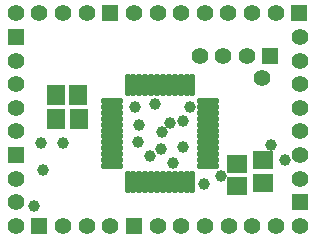
<source format=gts>
%FSLAX25Y25*%
%MOIN*%
G70*
G01*
G75*
G04 Layer_Color=8388736*
%ADD10R,0.05906X0.05118*%
%ADD11O,0.06890X0.01181*%
%ADD12O,0.01181X0.06890*%
%ADD13R,0.05118X0.05906*%
%ADD14C,0.00700*%
%ADD15C,0.04724*%
%ADD16R,0.04724X0.04724*%
%ADD17R,0.04724X0.04724*%
%ADD18C,0.03150*%
%ADD19C,0.02362*%
%ADD20C,0.00984*%
%ADD21C,0.01000*%
%ADD22C,0.00787*%
%ADD23C,0.00500*%
%ADD24C,0.00600*%
%ADD25R,0.06706X0.05918*%
%ADD26O,0.07690X0.01981*%
%ADD27O,0.01981X0.07690*%
%ADD28R,0.05918X0.06706*%
%ADD29C,0.05524*%
%ADD30R,0.05524X0.05524*%
%ADD31R,0.05524X0.05524*%
%ADD32C,0.03950*%
D25*
X86360Y25724D02*
D03*
Y18244D02*
D03*
X77660Y17069D02*
D03*
Y24549D02*
D03*
D26*
X35916Y23882D02*
D03*
Y25851D02*
D03*
Y27819D02*
D03*
Y29788D02*
D03*
Y31756D02*
D03*
Y33725D02*
D03*
Y35693D02*
D03*
Y37662D02*
D03*
Y39630D02*
D03*
Y41599D02*
D03*
Y43567D02*
D03*
Y45536D02*
D03*
X68003D02*
D03*
Y43567D02*
D03*
Y41599D02*
D03*
Y39630D02*
D03*
Y37662D02*
D03*
Y35693D02*
D03*
Y33725D02*
D03*
Y31756D02*
D03*
Y29788D02*
D03*
Y27819D02*
D03*
Y25851D02*
D03*
Y23882D02*
D03*
D27*
X41133Y50752D02*
D03*
X43101D02*
D03*
X45070D02*
D03*
X47038D02*
D03*
X49007D02*
D03*
X50975D02*
D03*
X52944D02*
D03*
X54912D02*
D03*
X56881D02*
D03*
X58849D02*
D03*
X60818D02*
D03*
X62786D02*
D03*
Y18666D02*
D03*
X60818D02*
D03*
X58849D02*
D03*
X56881D02*
D03*
X54912D02*
D03*
X52944D02*
D03*
X50975D02*
D03*
X49007D02*
D03*
X47038D02*
D03*
X45070D02*
D03*
X43101D02*
D03*
X41133D02*
D03*
D28*
X17320Y39409D02*
D03*
X24800D02*
D03*
X17220Y47709D02*
D03*
X24700D02*
D03*
D29*
X65146Y60422D02*
D03*
X73020D02*
D03*
X80895D02*
D03*
X90501Y74753D02*
D03*
X82627D02*
D03*
X74753D02*
D03*
X66879D02*
D03*
X59005D02*
D03*
X51131D02*
D03*
X43257D02*
D03*
X3887Y35383D02*
D03*
Y43257D02*
D03*
Y51131D02*
D03*
Y59005D02*
D03*
X35382Y3887D02*
D03*
X27508D02*
D03*
X19634D02*
D03*
X98482Y19635D02*
D03*
Y27509D02*
D03*
Y35383D02*
D03*
Y43257D02*
D03*
Y51131D02*
D03*
Y59005D02*
D03*
Y66879D02*
D03*
X51238Y3887D02*
D03*
X59112D02*
D03*
X66986D02*
D03*
X74860D02*
D03*
X82734D02*
D03*
X90608D02*
D03*
X98482D02*
D03*
X3887Y74753D02*
D03*
X11761D02*
D03*
X19635D02*
D03*
X27509D02*
D03*
X3887Y3887D02*
D03*
Y11761D02*
D03*
Y19635D02*
D03*
X85935Y53219D02*
D03*
D30*
X88769Y60422D02*
D03*
X98375Y74753D02*
D03*
X11760Y3887D02*
D03*
X43364D02*
D03*
X35383Y74753D02*
D03*
D31*
X3887Y66879D02*
D03*
X98482Y11761D02*
D03*
X3887Y27509D02*
D03*
D32*
X10044Y10524D02*
D03*
X12806Y22477D02*
D03*
X12334Y31552D02*
D03*
X19594Y31552D02*
D03*
X50159Y44523D02*
D03*
X52560Y35273D02*
D03*
X52145Y29423D02*
D03*
X56134Y24818D02*
D03*
X59695Y30056D02*
D03*
X43562Y43562D02*
D03*
X55437Y38265D02*
D03*
X48500Y27200D02*
D03*
X44776Y31749D02*
D03*
X44900Y37598D02*
D03*
X59697Y38735D02*
D03*
X62088Y43567D02*
D03*
X66704Y17867D02*
D03*
X93700Y25724D02*
D03*
X89000Y30900D02*
D03*
X72141Y20703D02*
D03*
M02*

</source>
